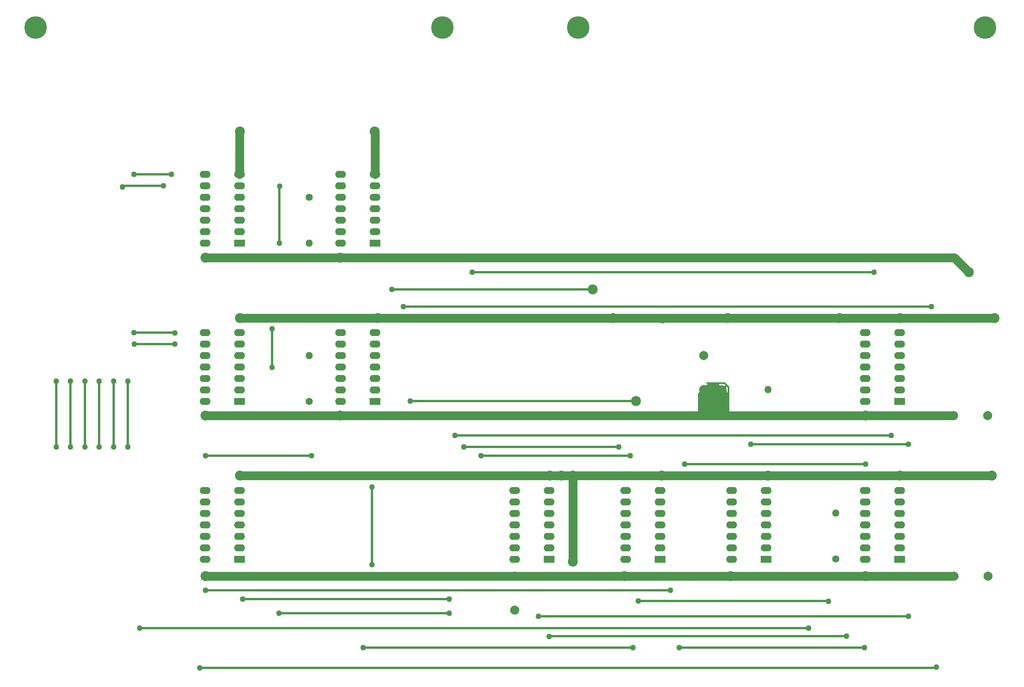
<source format=gbr>
%TF.GenerationSoftware,KiCad,Pcbnew,(6.0.4-0)*%
%TF.CreationDate,2024-04-14T15:13:14+10:00*%
%TF.ProjectId,Accumulator,41636375-6d75-46c6-9174-6f722e6b6963,rev?*%
%TF.SameCoordinates,Original*%
%TF.FileFunction,Copper,L1,Top*%
%TF.FilePolarity,Positive*%
%FSLAX46Y46*%
G04 Gerber Fmt 4.6, Leading zero omitted, Abs format (unit mm)*
G04 Created by KiCad (PCBNEW (6.0.4-0)) date 2024-04-14 15:13:14*
%MOMM*%
%LPD*%
G01*
G04 APERTURE LIST*
%TA.AperFunction,ComponentPad*%
%ADD10C,2.000000*%
%TD*%
%TA.AperFunction,ComponentPad*%
%ADD11C,1.600000*%
%TD*%
%TA.AperFunction,ComponentPad*%
%ADD12O,1.600000X1.600000*%
%TD*%
%TA.AperFunction,ComponentPad*%
%ADD13R,2.400000X1.600000*%
%TD*%
%TA.AperFunction,ComponentPad*%
%ADD14O,2.400000X1.600000*%
%TD*%
%TA.AperFunction,ComponentPad*%
%ADD15C,5.000000*%
%TD*%
%TA.AperFunction,ViaPad*%
%ADD16C,2.200000*%
%TD*%
%TA.AperFunction,ViaPad*%
%ADD17C,1.270000*%
%TD*%
%TA.AperFunction,Conductor*%
%ADD18C,1.905000*%
%TD*%
%TA.AperFunction,Conductor*%
%ADD19C,0.500000*%
%TD*%
G04 APERTURE END LIST*
D10*
%TO.P,C1,1*%
%TO.N,+5V*%
X246300000Y-141100000D03*
%TO.P,C1,2*%
%TO.N,GND*%
X246300000Y-133600000D03*
%TD*%
%TO.P,C4,1*%
%TO.N,+5V*%
X301600000Y-146850000D03*
%TO.P,C4,2*%
%TO.N,GND*%
X309100000Y-146850000D03*
%TD*%
D11*
%TO.P,R1,1*%
%TO.N,AC=0*%
X159000000Y-98550000D03*
D12*
%TO.P,R1,2*%
%TO.N,+5V*%
X159000000Y-108710000D03*
%TD*%
D11*
%TO.P,R2,1*%
%TO.N,+5V*%
X250345000Y-141115000D03*
D12*
%TO.P,R2,2*%
%TO.N,Net-(R2-Pad2)*%
X260505000Y-141115000D03*
%TD*%
D11*
%TO.P,R3,1*%
%TO.N,+5V*%
X275500000Y-178610000D03*
D12*
%TO.P,R3,2*%
%TO.N,Net-(R3-Pad2)*%
X275500000Y-168450000D03*
%TD*%
D11*
%TO.P,R4,1*%
%TO.N,+5V*%
X159000000Y-143750000D03*
D12*
%TO.P,R4,2*%
%TO.N,AC4*%
X159000000Y-133590000D03*
%TD*%
D13*
%TO.P,U1,1,Ds*%
%TO.N,AC4*%
X143620000Y-108690000D03*
D14*
%TO.P,U1,2,P0*%
%TO.N,AC2*%
X143620000Y-106150000D03*
%TO.P,U1,3,P1*%
%TO.N,AC1*%
X143620000Y-103610000D03*
%TO.P,U1,4,P2*%
%TO.N,AC0*%
X143620000Y-101070000D03*
%TO.P,U1,5,P3*%
%TO.N,AC7*%
X143620000Y-98530000D03*
%TO.P,U1,6,Mode*%
%TO.N,RAL*%
X143620000Y-95990000D03*
%TO.P,U1,7,GND*%
%TO.N,GND*%
X143620000Y-93450000D03*
%TO.P,U1,8,Cp2.Lshift*%
%TO.N,T1*%
X136000000Y-93450000D03*
%TO.P,U1,9,Cp1.Rshift*%
%TO.N,CPA*%
X136000000Y-95990000D03*
%TO.P,U1,10,Q3*%
%TO.N,AC0*%
X136000000Y-98530000D03*
%TO.P,U1,11,Q2*%
%TO.N,AC1*%
X136000000Y-101070000D03*
%TO.P,U1,12,Q1*%
%TO.N,AC2*%
X136000000Y-103610000D03*
%TO.P,U1,13,Q0*%
%TO.N,AC3*%
X136000000Y-106150000D03*
%TO.P,U1,14,VCC*%
%TO.N,+5V*%
X136000000Y-108690000D03*
%TD*%
D13*
%TO.P,U2,1*%
%TO.N,AC3*%
X173550000Y-108690000D03*
D14*
%TO.P,U2,2*%
%TO.N,AC=0*%
X173550000Y-106150000D03*
%TO.P,U2,3*%
%TO.N,N/C*%
X173550000Y-103610000D03*
%TO.P,U2,4*%
X173550000Y-101070000D03*
%TO.P,U2,5*%
%TO.N,AC7*%
X173550000Y-98530000D03*
%TO.P,U2,6*%
%TO.N,AC=0*%
X173550000Y-95990000D03*
%TO.P,U2,7,GND*%
%TO.N,GND*%
X173550000Y-93450000D03*
%TO.P,U2,8*%
%TO.N,AC=0*%
X165930000Y-93450000D03*
%TO.P,U2,9*%
%TO.N,AC0*%
X165930000Y-95990000D03*
%TO.P,U2,10*%
%TO.N,AC=0*%
X165930000Y-98530000D03*
%TO.P,U2,11*%
%TO.N,AC1*%
X165930000Y-101070000D03*
%TO.P,U2,12*%
%TO.N,AC=0*%
X165930000Y-103610000D03*
%TO.P,U2,13*%
%TO.N,AC2*%
X165930000Y-106150000D03*
%TO.P,U2,14,VCC*%
%TO.N,+5V*%
X165930000Y-108690000D03*
%TD*%
D13*
%TO.P,U3,1,Ds*%
%TO.N,Net-(U3-Pad1)*%
X143620000Y-143690000D03*
D14*
%TO.P,U3,2,P0*%
%TO.N,AC6*%
X143620000Y-141150000D03*
%TO.P,U3,3,P1*%
%TO.N,AC5*%
X143620000Y-138610000D03*
%TO.P,U3,4,P2*%
%TO.N,AC4*%
X143620000Y-136070000D03*
%TO.P,U3,5,P3*%
%TO.N,AC3*%
X143620000Y-133530000D03*
%TO.P,U3,6,Mode*%
%TO.N,RAL*%
X143620000Y-130990000D03*
%TO.P,U3,7,GND*%
%TO.N,GND*%
X143620000Y-128450000D03*
%TO.P,U3,8,Cp2.Lshift*%
%TO.N,T1*%
X136000000Y-128450000D03*
%TO.P,U3,9,Cp1.Rshift*%
%TO.N,CPA*%
X136000000Y-130990000D03*
%TO.P,U3,10,Q3*%
%TO.N,AC4*%
X136000000Y-133530000D03*
%TO.P,U3,11,Q2*%
%TO.N,AC5*%
X136000000Y-136070000D03*
%TO.P,U3,12,Q1*%
%TO.N,AC6*%
X136000000Y-138610000D03*
%TO.P,U3,13,Q0*%
%TO.N,AC7*%
X136000000Y-141150000D03*
%TO.P,U3,14,VCC*%
%TO.N,+5V*%
X136000000Y-143690000D03*
%TD*%
D13*
%TO.P,U4,1*%
%TO.N,~{CMA}*%
X173620000Y-143690000D03*
D14*
%TO.P,U4,2*%
%TO.N,Net-(R4-Pad2)*%
X173620000Y-141150000D03*
%TO.P,U4,3*%
%TO.N,N/C*%
X173620000Y-138610000D03*
%TO.P,U4,4*%
X173620000Y-136070000D03*
%TO.P,U4,5*%
X173620000Y-133530000D03*
%TO.P,U4,6*%
X173620000Y-130990000D03*
%TO.P,U4,7,GND*%
%TO.N,GND*%
X173620000Y-128450000D03*
%TO.P,U4,8*%
%TO.N,AC=0*%
X166000000Y-128450000D03*
%TO.P,U4,9*%
%TO.N,AC4*%
X166000000Y-130990000D03*
%TO.P,U4,10*%
%TO.N,AC=0*%
X166000000Y-133530000D03*
%TO.P,U4,11*%
%TO.N,AC5*%
X166000000Y-136070000D03*
%TO.P,U4,12*%
%TO.N,AC=0*%
X166000000Y-138610000D03*
%TO.P,U4,13*%
%TO.N,AC6*%
X166000000Y-141150000D03*
%TO.P,U4,14,VCC*%
%TO.N,+5V*%
X166000000Y-143690000D03*
%TD*%
D13*
%TO.P,U5,1*%
%TO.N,B-BUS*%
X289620000Y-143690000D03*
D14*
%TO.P,U5,2*%
%TO.N,Net-(U5-Pad2)*%
X289620000Y-141150000D03*
%TO.P,U5,3*%
%TO.N,Net-(R4-Pad2)*%
X289620000Y-138610000D03*
%TO.P,U5,4*%
%TO.N,A-BUS*%
X289620000Y-136070000D03*
%TO.P,U5,5*%
%TO.N,Net-(U5-Pad5)*%
X289620000Y-133530000D03*
%TO.P,U5,6*%
%TO.N,Net-(U5-Pad6)*%
X289620000Y-130990000D03*
%TO.P,U5,7,GND*%
%TO.N,GND*%
X289620000Y-128450000D03*
%TO.P,U5,8*%
%TO.N,N/C*%
X282000000Y-128450000D03*
%TO.P,U5,9*%
X282000000Y-130990000D03*
%TO.P,U5,10*%
X282000000Y-133530000D03*
%TO.P,U5,11*%
%TO.N,Net-(U5-Pad11)*%
X282000000Y-136070000D03*
%TO.P,U5,12*%
%TO.N,~{CLA}*%
X282000000Y-138610000D03*
%TO.P,U5,13*%
%TO.N,Net-(R2-Pad2)*%
X282000000Y-141150000D03*
%TO.P,U5,14,VCC*%
%TO.N,+5V*%
X282000000Y-143690000D03*
%TD*%
D13*
%TO.P,U6,1*%
%TO.N,~{AND}*%
X143620000Y-178690000D03*
D14*
%TO.P,U6,2*%
%TO.N,Net-(U5-Pad6)*%
X143620000Y-176150000D03*
%TO.P,U6,3*%
%TO.N,~{DCA}*%
X143620000Y-173610000D03*
%TO.P,U6,4*%
%TO.N,Net-(U10-Pad11)*%
X143620000Y-171070000D03*
%TO.P,U6,5*%
%TO.N,unconnected-(U6-Pad5)*%
X143620000Y-168530000D03*
%TO.P,U6,6*%
%TO.N,unconnected-(U6-Pad6)*%
X143620000Y-165990000D03*
%TO.P,U6,7,GND*%
%TO.N,GND*%
X143620000Y-163450000D03*
%TO.P,U6,8*%
%TO.N,Net-(U3-Pad1)*%
X136000000Y-163450000D03*
%TO.P,U6,9*%
%TO.N,A-BUS*%
X136000000Y-165990000D03*
%TO.P,U6,10*%
%TO.N,RAL*%
X136000000Y-168530000D03*
%TO.P,U6,11*%
%TO.N,~{RAL}*%
X136000000Y-171070000D03*
%TO.P,U6,12*%
%TO.N,Net-(U6-Pad12)*%
X136000000Y-173610000D03*
%TO.P,U6,13*%
%TO.N,~{IAC}*%
X136000000Y-176150000D03*
%TO.P,U6,14,VCC*%
%TO.N,+5V*%
X136000000Y-178690000D03*
%TD*%
D13*
%TO.P,U7,1*%
%TO.N,MCP*%
X212120000Y-178690000D03*
D14*
%TO.P,U7,2*%
%TO.N,Net-(U7-Pad2)*%
X212120000Y-176150000D03*
%TO.P,U7,3*%
%TO.N,Net-(U7-Pad10)*%
X212120000Y-173610000D03*
%TO.P,U7,4*%
%TO.N,Net-(U7-Pad4)*%
X212120000Y-171070000D03*
%TO.P,U7,5*%
X212120000Y-168530000D03*
%TO.P,U7,6*%
%TO.N,Net-(U5-Pad11)*%
X212120000Y-165990000D03*
%TO.P,U7,7,GND*%
%TO.N,GND*%
X212120000Y-163450000D03*
%TO.P,U7,8*%
%TO.N,CPA*%
X204500000Y-163450000D03*
%TO.P,U7,9*%
%TO.N,Net-(U7-Pad10)*%
X204500000Y-165990000D03*
%TO.P,U7,10*%
X204500000Y-168530000D03*
%TO.P,U7,11*%
%TO.N,Net-(U10-Pad2)*%
X204500000Y-171070000D03*
%TO.P,U7,12*%
%TO.N,~{RAR}*%
X204500000Y-173610000D03*
%TO.P,U7,13*%
%TO.N,~{TAD}*%
X204500000Y-176150000D03*
%TO.P,U7,14,VCC*%
%TO.N,+5V*%
X204500000Y-178690000D03*
%TD*%
D13*
%TO.P,U8,1*%
%TO.N,~{T13.RAR}*%
X236620000Y-178690000D03*
D14*
%TO.P,U8,2*%
%TO.N,Net-(U8-Pad2)*%
X236620000Y-176150000D03*
%TO.P,U8,3*%
%TO.N,Net-(U6-Pad12)*%
X236620000Y-173610000D03*
%TO.P,U8,4*%
%TO.N,~{CMA}*%
X236620000Y-171070000D03*
%TO.P,U8,5*%
%TO.N,~{CLA}*%
X236620000Y-168530000D03*
%TO.P,U8,6*%
%TO.N,Net-(U10-Pad8)*%
X236620000Y-165990000D03*
%TO.P,U8,7,GND*%
%TO.N,GND*%
X236620000Y-163450000D03*
%TO.P,U8,8*%
%TO.N,Net-(U7-Pad4)*%
X229000000Y-163450000D03*
%TO.P,U8,9*%
%TO.N,~{DCA}*%
X229000000Y-165990000D03*
%TO.P,U8,10*%
%TO.N,~{AND}*%
X229000000Y-168530000D03*
%TO.P,U8,11*%
%TO.N,~{IOT_Shift}*%
X229000000Y-171070000D03*
%TO.P,U8,12*%
%TO.N,Net-(U7-Pad2)*%
X229000000Y-173610000D03*
%TO.P,U8,13*%
%TO.N,~{T2-9(TAD+IAC+CMA})*%
X229000000Y-176150000D03*
%TO.P,U8,14,VCC*%
%TO.N,+5V*%
X229000000Y-178690000D03*
%TD*%
D13*
%TO.P,U9,1*%
%TO.N,D-BUS*%
X260120000Y-178690000D03*
D14*
%TO.P,U9,2*%
%TO.N,AC0*%
X260120000Y-176150000D03*
%TO.P,U9,3*%
%TO.N,Net-(U9-Pad3)*%
X260120000Y-173610000D03*
%TO.P,U9,4*%
X260120000Y-171070000D03*
%TO.P,U9,5*%
X260120000Y-168530000D03*
%TO.P,U9,6*%
%TO.N,Net-(U5-Pad5)*%
X260120000Y-165990000D03*
%TO.P,U9,7,GND*%
%TO.N,GND*%
X260120000Y-163450000D03*
%TO.P,U9,8*%
%TO.N,Net-(U8-Pad2)*%
X252500000Y-163450000D03*
%TO.P,U9,9*%
%TO.N,Net-(R2-Pad2)*%
X252500000Y-165990000D03*
%TO.P,U9,10*%
%TO.N,T2-9*%
X252500000Y-168530000D03*
%TO.P,U9,11*%
%TO.N,Net-(U5-Pad2)*%
X252500000Y-171070000D03*
%TO.P,U9,12*%
%TO.N,~{CLA}*%
X252500000Y-173610000D03*
%TO.P,U9,13*%
%TO.N,AC0*%
X252500000Y-176150000D03*
%TO.P,U9,14,VCC*%
%TO.N,+5V*%
X252500000Y-178690000D03*
%TD*%
D13*
%TO.P,U10,1*%
%TO.N,B-BUS*%
X289620000Y-178690000D03*
D14*
%TO.P,U10,2*%
%TO.N,Net-(U10-Pad2)*%
X289620000Y-176150000D03*
%TO.P,U10,3*%
%TO.N,AC0*%
X289620000Y-173610000D03*
%TO.P,U10,4*%
%TO.N,B-BUS*%
X289620000Y-171070000D03*
%TO.P,U10,5*%
%TO.N,AC0*%
X289620000Y-168530000D03*
%TO.P,U10,6*%
%TO.N,Net-(R3-Pad2)*%
X289620000Y-165990000D03*
%TO.P,U10,7,GND*%
%TO.N,GND*%
X289620000Y-163450000D03*
%TO.P,U10,8*%
%TO.N,Net-(U10-Pad8)*%
X282000000Y-163450000D03*
%TO.P,U10,9*%
X282000000Y-165990000D03*
%TO.P,U10,10*%
%TO.N,Net-(R3-Pad2)*%
X282000000Y-168530000D03*
%TO.P,U10,11*%
%TO.N,Net-(U10-Pad11)*%
X282000000Y-171070000D03*
%TO.P,U10,12*%
%TO.N,AC0*%
X282000000Y-173610000D03*
%TO.P,U10,13*%
%TO.N,C-BUS*%
X282000000Y-176150000D03*
%TO.P,U10,14,VCC*%
%TO.N,+5V*%
X282000000Y-178690000D03*
%TD*%
D10*
%TO.P,C2,1*%
%TO.N,+5V*%
X301700000Y-182400000D03*
%TO.P,C2,2*%
%TO.N,GND*%
X309200000Y-182400000D03*
%TD*%
%TO.P,C3,1*%
%TO.N,+5V*%
X204500000Y-182450000D03*
%TO.P,C3,2*%
%TO.N,GND*%
X204500000Y-189950000D03*
%TD*%
D15*
%TO.P,H1,1*%
%TO.N,GND*%
X98500000Y-60950000D03*
X188500000Y-60950000D03*
%TD*%
%TO.P,H2,1*%
%TO.N,GND*%
X308500000Y-60950000D03*
X218500000Y-60950000D03*
%TD*%
D16*
%TO.N,GND*%
X214785000Y-160165000D03*
X310035000Y-160165000D03*
X276380000Y-125240000D03*
X217325000Y-179215000D03*
X143665000Y-160165000D03*
X174145000Y-125240000D03*
X212245000Y-160165000D03*
X226215000Y-125240000D03*
X143665000Y-125240000D03*
X289715000Y-125240000D03*
X260505000Y-160165000D03*
X143665000Y-83965000D03*
X310670000Y-125240000D03*
X173510000Y-83965000D03*
X217325000Y-160165000D03*
X289715000Y-160165000D03*
X237010000Y-160165000D03*
X251615000Y-125240000D03*
%TO.N,+5V*%
X282095000Y-182390000D03*
X228755000Y-182390000D03*
X304955000Y-115080000D03*
X252250000Y-182390000D03*
X136045000Y-146830000D03*
X282095000Y-146830000D03*
X136045000Y-182390000D03*
X165890000Y-111905000D03*
X136045000Y-111905000D03*
X165890000Y-146830000D03*
D17*
%TO.N,A-BUS*%
X134775000Y-202710000D03*
X297750000Y-202600000D03*
%TO.N,~{T13.RAR}*%
X281850000Y-198250000D03*
X240850000Y-198250000D03*
%TO.N,MCP*%
X212100000Y-195750000D03*
X277900000Y-195725000D03*
%TO.N,AC0*%
X118900000Y-139210000D03*
X118900000Y-153815000D03*
X269500000Y-193950000D03*
X121500000Y-193950000D03*
%TO.N,T1*%
X120200000Y-93450000D03*
X170970000Y-198265000D03*
X128500000Y-93450000D03*
X129339500Y-128550000D03*
X230660000Y-198265000D03*
X120200000Y-128450000D03*
%TO.N,AC=0*%
X172875000Y-162705000D03*
X172875000Y-179850000D03*
%TO.N,AC5*%
X103025000Y-139210000D03*
X103025000Y-153815000D03*
%TO.N,AC4*%
X106200000Y-153815000D03*
X150800000Y-127650000D03*
X106200000Y-139210000D03*
X150800000Y-136150000D03*
%TO.N,AC3*%
X109375000Y-153815000D03*
X109375000Y-139210000D03*
%TO.N,AC2*%
X112550000Y-153815000D03*
X112550000Y-139210000D03*
%TO.N,AC1*%
X115725000Y-153815000D03*
X115725000Y-139210000D03*
%TO.N,~{CLA}*%
X177320000Y-118890000D03*
D16*
X221770000Y-118890000D03*
%TO.N,~{CMA}*%
X231295000Y-143655000D03*
D17*
X181400000Y-143655000D03*
%TO.N,~{RAR}*%
X144300000Y-187470000D03*
X190020000Y-187470000D03*
%TO.N,~{DCA}*%
X227485000Y-153815000D03*
X193195000Y-153815000D03*
%TO.N,~{TAD}*%
X190020000Y-190645000D03*
X152350000Y-190645000D03*
%TO.N,~{AND}*%
X230025000Y-155720000D03*
X197005000Y-155720000D03*
%TO.N,Net-(R4-Pad2)*%
X296700000Y-122700000D03*
X179860000Y-122700000D03*
%TO.N,RAL*%
X152400000Y-108650000D03*
X152500000Y-96050000D03*
%TO.N,CPA*%
X120300000Y-131050000D03*
X126800000Y-95950000D03*
X117700000Y-96250000D03*
X129339500Y-131050000D03*
%TO.N,Net-(U3-Pad1)*%
X159540000Y-155720000D03*
X136045000Y-155720000D03*
%TO.N,Net-(U5-Pad6)*%
X195100000Y-115080000D03*
X284000000Y-115080000D03*
%TO.N,Net-(U5-Pad2)*%
X291620000Y-153180000D03*
X256695000Y-153180000D03*
%TO.N,Net-(U10-Pad11)*%
X191290000Y-151275000D03*
X287810000Y-151275000D03*
%TO.N,Net-(U6-Pad12)*%
X136045000Y-185565000D03*
X238915000Y-185565000D03*
%TO.N,Net-(U10-Pad2)*%
X209705000Y-191280000D03*
X291620000Y-191280000D03*
%TO.N,Net-(U10-Pad8)*%
X242090000Y-157625000D03*
X282095000Y-157625000D03*
%TO.N,~{IOT_Shift}*%
X273950000Y-188000000D03*
X231800000Y-187950000D03*
%TD*%
D18*
%TO.N,GND*%
X217325000Y-160165000D02*
X260505000Y-160165000D01*
X276380000Y-125240000D02*
X289715000Y-125240000D01*
X269395000Y-125240000D02*
X276380000Y-125240000D01*
X263045000Y-125240000D02*
X269395000Y-125240000D01*
X257330000Y-125240000D02*
X263045000Y-125240000D01*
X251615000Y-125240000D02*
X257330000Y-125240000D01*
X244630000Y-125240000D02*
X251615000Y-125240000D01*
X238280000Y-125240000D02*
X244630000Y-125240000D01*
X235740000Y-125240000D02*
X237010000Y-125240000D01*
X226215000Y-125240000D02*
X230660000Y-125240000D01*
X230660000Y-125240000D02*
X235740000Y-125240000D01*
X214785000Y-160165000D02*
X217325000Y-160165000D01*
X289715000Y-125240000D02*
X310670000Y-125240000D01*
X260505000Y-160165000D02*
X289715000Y-160165000D01*
X237010000Y-125240000D02*
X238280000Y-125240000D01*
X237170000Y-125400000D02*
X237010000Y-125240000D01*
X143665000Y-125240000D02*
X226215000Y-125240000D01*
X143620000Y-93450000D02*
X143620000Y-84010000D01*
X173550000Y-84005000D02*
X173510000Y-83965000D01*
X289715000Y-160165000D02*
X310035000Y-160165000D01*
X217325000Y-160165000D02*
X217325000Y-179215000D01*
X173550000Y-93450000D02*
X173550000Y-84005000D01*
X143620000Y-84010000D02*
X143665000Y-83965000D01*
X143665000Y-160165000D02*
X214785000Y-160165000D01*
%TO.N,+5V*%
X136045000Y-111905000D02*
X165890000Y-111905000D01*
X203990000Y-182390000D02*
X228755000Y-182390000D01*
X247170000Y-146195000D02*
X247805000Y-146830000D01*
X246435000Y-141115000D02*
X250345000Y-141115000D01*
X249710000Y-146830000D02*
X282095000Y-146830000D01*
X282095000Y-182390000D02*
X301690000Y-182390000D01*
X282095000Y-146830000D02*
X301580000Y-146830000D01*
X250345000Y-141115000D02*
X250345000Y-146195000D01*
X165890000Y-111905000D02*
X243360000Y-111905000D01*
X301690000Y-182390000D02*
X301700000Y-182400000D01*
X246300000Y-141210000D02*
X246300000Y-146290000D01*
X136045000Y-182390000D02*
X203990000Y-182390000D01*
X301780000Y-111905000D02*
X304955000Y-115080000D01*
X228755000Y-182390000D02*
X282095000Y-182390000D01*
X250345000Y-146195000D02*
X249710000Y-146830000D01*
X301580000Y-146830000D02*
X301600000Y-146850000D01*
X246300000Y-141250000D02*
X246435000Y-141115000D01*
X165890000Y-146830000D02*
X247805000Y-146830000D01*
X247805000Y-146830000D02*
X249710000Y-146830000D01*
X243360000Y-111905000D02*
X301780000Y-111905000D01*
X136045000Y-146830000D02*
X165890000Y-146830000D01*
D19*
%TO.N,A-BUS*%
X134775000Y-202710000D02*
X297640000Y-202710000D01*
X297640000Y-202710000D02*
X297750000Y-202600000D01*
%TO.N,~{T13.RAR}*%
X281835000Y-198265000D02*
X240865000Y-198265000D01*
X240865000Y-198265000D02*
X240850000Y-198250000D01*
X281850000Y-198250000D02*
X281835000Y-198265000D01*
%TO.N,MCP*%
X212100000Y-195750000D02*
X212125000Y-195725000D01*
X212125000Y-195725000D02*
X277900000Y-195725000D01*
%TO.N,AC0*%
X121500000Y-193950000D02*
X125500000Y-193950000D01*
X125500000Y-193950000D02*
X269500000Y-193950000D01*
X118900000Y-153815000D02*
X118900000Y-139210000D01*
%TO.N,T1*%
X129239500Y-128450000D02*
X129339500Y-128550000D01*
X230660000Y-198265000D02*
X170970000Y-198265000D01*
X120200000Y-128450000D02*
X129239500Y-128450000D01*
X120200000Y-93450000D02*
X128500000Y-93450000D01*
%TO.N,AC=0*%
X172875000Y-179850000D02*
X172875000Y-162705000D01*
%TO.N,AC5*%
X103025000Y-153815000D02*
X103025000Y-139210000D01*
%TO.N,AC4*%
X106200000Y-153815000D02*
X106200000Y-139210000D01*
X150800000Y-136150000D02*
X150800000Y-127650000D01*
%TO.N,AC3*%
X109375000Y-153815000D02*
X109375000Y-139210000D01*
%TO.N,AC2*%
X112550000Y-153815000D02*
X112550000Y-139210000D01*
%TO.N,AC1*%
X115725000Y-153815000D02*
X115725000Y-139210000D01*
%TO.N,~{CLA}*%
X177320000Y-118890000D02*
X221770000Y-118890000D01*
%TO.N,~{CMA}*%
X231295000Y-143655000D02*
X181400000Y-143655000D01*
%TO.N,~{RAR}*%
X144300000Y-187470000D02*
X190020000Y-187470000D01*
%TO.N,~{DCA}*%
X193195000Y-153815000D02*
X227485000Y-153815000D01*
%TO.N,~{TAD}*%
X190020000Y-190645000D02*
X152350000Y-190645000D01*
%TO.N,~{AND}*%
X197005000Y-155720000D02*
X230025000Y-155720000D01*
%TO.N,Net-(R4-Pad2)*%
X179860000Y-122700000D02*
X296700000Y-122700000D01*
%TO.N,RAL*%
X152400000Y-96150000D02*
X152400000Y-108650000D01*
X152500000Y-96050000D02*
X152400000Y-96150000D01*
%TO.N,CPA*%
X120300000Y-131050000D02*
X129339500Y-131050000D01*
X118000000Y-95950000D02*
X126800000Y-95950000D01*
X117700000Y-96250000D02*
X118000000Y-95950000D01*
%TO.N,Net-(U3-Pad1)*%
X136045000Y-155720000D02*
X159540000Y-155720000D01*
%TO.N,Net-(U5-Pad6)*%
X195100000Y-115080000D02*
X284000000Y-115080000D01*
%TO.N,Net-(U5-Pad2)*%
X256695000Y-153180000D02*
X291620000Y-153180000D01*
%TO.N,Net-(U10-Pad11)*%
X192560000Y-151275000D02*
X192560000Y-151275000D01*
X191290000Y-151275000D02*
X214150000Y-151275000D01*
X214150000Y-151275000D02*
X287810000Y-151275000D01*
%TO.N,Net-(U6-Pad12)*%
X136045000Y-185565000D02*
X238915000Y-185565000D01*
%TO.N,Net-(U10-Pad2)*%
X209705000Y-191280000D02*
X291620000Y-191280000D01*
%TO.N,Net-(U10-Pad8)*%
X282095000Y-157625000D02*
X242090000Y-157625000D01*
%TO.N,~{IOT_Shift}*%
X273900000Y-187950000D02*
X273950000Y-188000000D01*
X231800000Y-187950000D02*
X273900000Y-187950000D01*
%TD*%
%TA.AperFunction,Conductor*%
%TO.N,+5V*%
G36*
X251015931Y-139470002D02*
G01*
X251036905Y-139486905D01*
X251963095Y-140413095D01*
X251997121Y-140475407D01*
X252000000Y-140502190D01*
X252000000Y-146324000D01*
X251979998Y-146392121D01*
X251926342Y-146438614D01*
X251874000Y-146450000D01*
X245126000Y-146450000D01*
X245057879Y-146429998D01*
X245011386Y-146376342D01*
X245000000Y-146324000D01*
X245000000Y-142332670D01*
X245432160Y-142332670D01*
X245437887Y-142340320D01*
X245609042Y-142445205D01*
X245617837Y-142449687D01*
X245827988Y-142536734D01*
X245837373Y-142539783D01*
X246058554Y-142592885D01*
X246068301Y-142594428D01*
X246295070Y-142612275D01*
X246304930Y-142612275D01*
X246531699Y-142594428D01*
X246541446Y-142592885D01*
X246762627Y-142539783D01*
X246772012Y-142536734D01*
X246982163Y-142449687D01*
X246990958Y-142445205D01*
X247158445Y-142342568D01*
X247167907Y-142332110D01*
X247164124Y-142323334D01*
X247041852Y-142201062D01*
X249623493Y-142201062D01*
X249632789Y-142213077D01*
X249683994Y-142248931D01*
X249693489Y-142254414D01*
X249890947Y-142346490D01*
X249901239Y-142350236D01*
X250111688Y-142406625D01*
X250122481Y-142408528D01*
X250339525Y-142427517D01*
X250350475Y-142427517D01*
X250567519Y-142408528D01*
X250578312Y-142406625D01*
X250788761Y-142350236D01*
X250799053Y-142346490D01*
X250996511Y-142254414D01*
X251006006Y-142248931D01*
X251058048Y-142212491D01*
X251066424Y-142202012D01*
X251059356Y-142188566D01*
X250357812Y-141487022D01*
X250343868Y-141479408D01*
X250342035Y-141479539D01*
X250335420Y-141483790D01*
X249629923Y-142189287D01*
X249623493Y-142201062D01*
X247041852Y-142201062D01*
X246312812Y-141472022D01*
X246298868Y-141464408D01*
X246297035Y-141464539D01*
X246290420Y-141468790D01*
X245438920Y-142320290D01*
X245432160Y-142332670D01*
X245000000Y-142332670D01*
X245000000Y-142080065D01*
X245020002Y-142011944D01*
X245076125Y-141964356D01*
X245076668Y-141964122D01*
X245939658Y-141101132D01*
X246664408Y-141101132D01*
X246664539Y-141102965D01*
X246668790Y-141109580D01*
X247520290Y-141961080D01*
X247532670Y-141967840D01*
X247540320Y-141962113D01*
X247645205Y-141790958D01*
X247649687Y-141782163D01*
X247736734Y-141572012D01*
X247739783Y-141562627D01*
X247792885Y-141341446D01*
X247794428Y-141331699D01*
X247811052Y-141120475D01*
X249032483Y-141120475D01*
X249051472Y-141337519D01*
X249053375Y-141348312D01*
X249109764Y-141558761D01*
X249113510Y-141569053D01*
X249205586Y-141766511D01*
X249211069Y-141776006D01*
X249247509Y-141828048D01*
X249257988Y-141836424D01*
X249271434Y-141829356D01*
X249972978Y-141127812D01*
X249979356Y-141116132D01*
X250709408Y-141116132D01*
X250709539Y-141117965D01*
X250713790Y-141124580D01*
X251419287Y-141830077D01*
X251431062Y-141836507D01*
X251443077Y-141827211D01*
X251478931Y-141776006D01*
X251484414Y-141766511D01*
X251576490Y-141569053D01*
X251580236Y-141558761D01*
X251636625Y-141348312D01*
X251638528Y-141337519D01*
X251657517Y-141120475D01*
X251657517Y-141109525D01*
X251638528Y-140892481D01*
X251636625Y-140881688D01*
X251580236Y-140671239D01*
X251576490Y-140660947D01*
X251484414Y-140463489D01*
X251478931Y-140453994D01*
X251442491Y-140401952D01*
X251432012Y-140393576D01*
X251418566Y-140400644D01*
X250717022Y-141102188D01*
X250709408Y-141116132D01*
X249979356Y-141116132D01*
X249980592Y-141113868D01*
X249980461Y-141112035D01*
X249976210Y-141105420D01*
X249270713Y-140399923D01*
X249258938Y-140393493D01*
X249246923Y-140402789D01*
X249211069Y-140453994D01*
X249205586Y-140463489D01*
X249113510Y-140660947D01*
X249109764Y-140671239D01*
X249053375Y-140881688D01*
X249051472Y-140892481D01*
X249032483Y-141109525D01*
X249032483Y-141120475D01*
X247811052Y-141120475D01*
X247812275Y-141104930D01*
X247812275Y-141095070D01*
X247794428Y-140868301D01*
X247792885Y-140858554D01*
X247739783Y-140637373D01*
X247736734Y-140627988D01*
X247649687Y-140417837D01*
X247645205Y-140409042D01*
X247542568Y-140241555D01*
X247532110Y-140232093D01*
X247523334Y-140235876D01*
X246672022Y-141087188D01*
X246664408Y-141101132D01*
X245939658Y-141101132D01*
X247012802Y-140027988D01*
X249623576Y-140027988D01*
X249630644Y-140041434D01*
X250332188Y-140742978D01*
X250346132Y-140750592D01*
X250347965Y-140750461D01*
X250354580Y-140746210D01*
X251060077Y-140040713D01*
X251066507Y-140028938D01*
X251057211Y-140016923D01*
X251006006Y-139981069D01*
X250996511Y-139975586D01*
X250799053Y-139883510D01*
X250788761Y-139879764D01*
X250578312Y-139823375D01*
X250567519Y-139821472D01*
X250350475Y-139802483D01*
X250339525Y-139802483D01*
X250122481Y-139821472D01*
X250111688Y-139823375D01*
X249901239Y-139879764D01*
X249890947Y-139883510D01*
X249693489Y-139975586D01*
X249683994Y-139981069D01*
X249631952Y-140017509D01*
X249623576Y-140027988D01*
X247012802Y-140027988D01*
X247161080Y-139879710D01*
X247167840Y-139867330D01*
X247162113Y-139859680D01*
X246990958Y-139754795D01*
X246982163Y-139750313D01*
X246842369Y-139692409D01*
X246787088Y-139647861D01*
X246764667Y-139580497D01*
X246782225Y-139511706D01*
X246834187Y-139463328D01*
X246890587Y-139450000D01*
X250947810Y-139450000D01*
X251015931Y-139470002D01*
G37*
%TD.AperFunction*%
%TD*%
M02*

</source>
